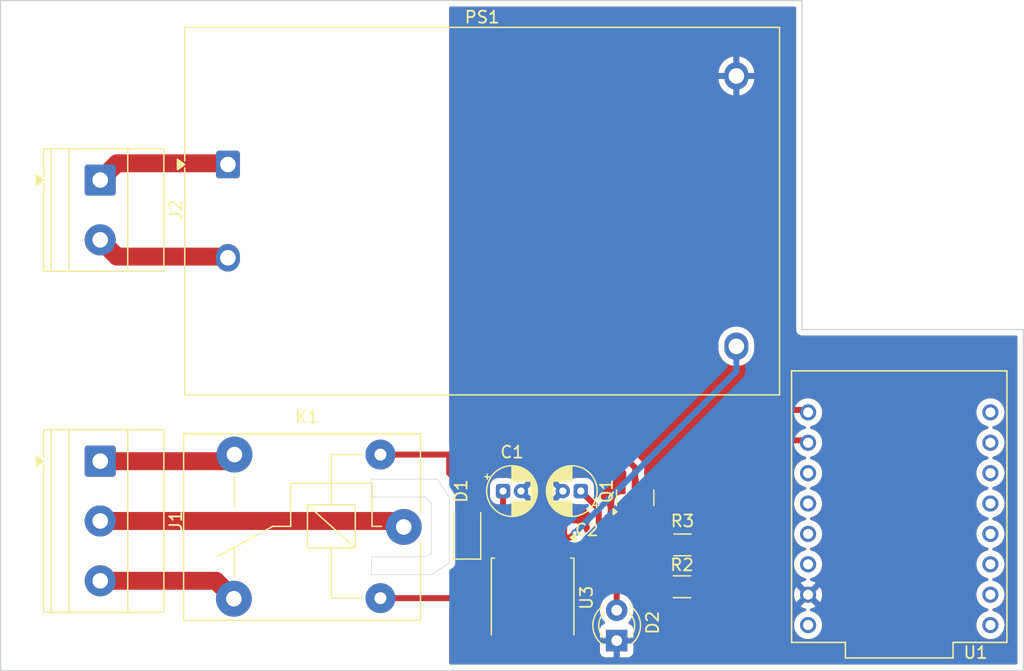
<source format=kicad_pcb>
(kicad_pcb (version 20241229) (generator "pcbnew") (generator_version "9.0")
  (layers (0 "F.Cu" signal) (2 "B.Cu" signal) (13 "F.Paste" user) (15 "B.Paste" user) (5 "F.SilkS" user "F.Silkscreen") (7 "B.SilkS" user "B.Silkscreen") (1 "F.Mask" user) (3 "B.Mask" user) (25 "Edge.Cuts" user))
  (net 0 "")
  (net 13 "GND")
  (net 14 "+12V")
  (net 15 "Net-(U3-OUT)")
  (net 16 "Net-(D1-A)")
  (net 17 "Net-(D2-A)")
  (net 18 "Net-(J1-Pin_3)")
  (net 19 "Net-(J1-Pin_1)")
  (net 20 "Net-(J1-Pin_2)")
  (net 21 "Net-(J2-Pin_2)")
  (net 22 "Net-(J2-Pin_1)")
  (net 23 "Net-(Q1-B)")
  (net 24 "gpio0")
  (net 25 "Net-(U1-GPIO1)")
  (net 26 "+5V")
  (footprint "Package_TO_SOT_SMD:TO-252-2" (layer "F.Cu") (at 199.475 118.915 -90)
    (property "Reference" "U3" (at 0 -4.5 90) (layer "F.SilkS"))
    (property "Value" "L7805")
    (fp_line (start -3.31 3.45) (end -3.31 3.18) (stroke (width 0.12)) (layer "F.SilkS"))
    (fp_line (start 3.11 3.45) (end -3.31 3.45) (stroke (width 0.12)) (layer "F.SilkS"))
    (fp_line (start -3.31 -3.45) (end -3.31 -3.18) (stroke (width 0.12)) (layer "F.SilkS"))
    (fp_line (start 3.11 -3.45) (end -3.31 -3.45) (stroke (width 0.12)) (layer "F.SilkS"))
    (fp_poly (pts (xy -5.04 -3.14) (xy -5.38 -3.61) (xy -4.7 -3.61)) (stroke (width 0.12)) (fill yes) (layer "F.SilkS"))
    (pad "1" smd roundrect (at -5.04 -2.28 270) (size 2.2 1.2) (layers "F.Cu" "F.Mask" "F.Paste") (roundrect_rratio 0.208333) (net 14 "+12V"))
    (pad "2" smd roundrect (at 1.26 0 270) (size 6.4 5.8) (layers "F.Cu" "F.Mask") (roundrect_rratio 0.043103) (net 13 "GND"))
    (pad "3" smd roundrect (at -5.04 2.28 270) (size 2.2 1.2) (layers "F.Cu" "F.Mask" "F.Paste") (roundrect_rratio 0.208333) (net 15 "Net-(U3-OUT)"))
  )
  (footprint "Capacitor_THT:CP_Radial_D4.0mm_P1.50mm" (layer "F.Cu") (at 203.5 110 180)
    (property "Reference" "C2" (at -0.5 -3.25 0) (layer "F.SilkS"))
    (property "Value" "C_Polarized")
    (fp_line (start 2.83 -0.37) (end 2.83 0.37) (stroke (width 0.12)) (layer "F.SilkS"))
    (fp_line (start 2.79 -0.537) (end 2.79 0.537) (stroke (width 0.12)) (layer "F.SilkS"))
    (fp_line (start 2.75 -0.663) (end 2.75 0.663) (stroke (width 0.12)) (layer "F.SilkS"))
    (fp_line (start 2.71 -0.768) (end 2.71 0.768) (stroke (width 0.12)) (layer "F.SilkS"))
    (fp_line (start 2.67 -0.859) (end 2.67 0.859) (stroke (width 0.12)) (layer "F.SilkS"))
    (fp_line (start 2.63 -0.94) (end 2.63 0.94) (stroke (width 0.12)) (layer "F.SilkS"))
    (fp_line (start 2.59 -1.013) (end 2.59 1.013) (stroke (width 0.12)) (layer "F.SilkS"))
    (fp_line (start 2.55 -1.08) (end 2.55 1.08) (stroke (width 0.12)) (layer "F.SilkS"))
    (fp_line (start 2.51 -1.142) (end 2.51 1.142) (stroke (width 0.12)) (layer "F.SilkS"))
    (fp_line (start 2.47 -1.199) (end 2.47 1.199) (stroke (width 0.12)) (layer "F.SilkS"))
    (fp_line (start 2.43 -1.253) (end 2.43 1.253) (stroke (width 0.12)) (layer "F.SilkS"))
    (fp_line (start 2.39 -1.303) (end 2.39 1.303) (stroke (width 0.12)) (layer "F.SilkS"))
    (fp_line (start 2.35 -1.351) (end 2.35 1.351) (stroke (width 0.12)) (layer "F.SilkS"))
    (fp_line (start 2.31 0.84) (end 2.31 1.396) (stroke (width 0.12)) (layer "F.SilkS"))
    (fp_line (start 2.31 -1.396) (end 2.31 -0.84) (stroke (width 0.12)) (layer "F.SilkS"))
    (fp_line (start 2.27 0.84) (end 2.27 1.438) (stroke (width 0.12)) (layer "F.SilkS"))
    (fp_line (start 2.27 -1.438) (end 2.27 -0.84) (stroke (width 0.12)) (layer "F.SilkS"))
    (fp_line (start 2.23 0.84) (end 2.23 1.478) (stroke (width 0.12)) (layer "F.SilkS"))
    (fp_line (start 2.23 -1.478) (end 2.23 -0.84) (stroke (width 0.12)) (layer "F.SilkS"))
    (fp_line (start 2.19 0.84) (end 2.19 1.516) (stroke (width 0.12)) (layer "F.SilkS"))
    (fp_line (start 2.19 -1.516) (end 2.19 -0.84) (stroke (width 0.12)) (layer "F.SilkS"))
    (fp_line (start 2.15 0.84) (end 2.15 1.552) (stroke (width 0.12)) (layer "F.SilkS"))
    (fp_line (start 2.15 -1.552) (end 2.15 -0.84) (stroke (width 0.12)) (layer "F.SilkS"))
    (fp_line (start 2.11 0.84) (end 2.11 1.586) (stroke (width 0.12)) (layer "F.SilkS"))
    (fp_line (start 2.11 -1.586) (end 2.11 -0.84) (stroke (width 0.12)) (layer "F.SilkS"))
    (fp_line (start 2.07 0.84) (end 2.07 1.619) (stroke (width 0.12)) (layer "F.SilkS"))
    (fp_line (start 2.07 -1.619) (end 2.07 -0.84) (stroke (width 0.12)) (layer "F.SilkS"))
    (fp_line (start 2.03 0.84) (end 2.03 1.65) (stroke (width 0.12)) (layer "F.SilkS"))
    (fp_line (start 2.03 -1.65) (end 2.03 -0.84) (stroke (width 0.12)) (layer "F.SilkS"))
    (fp_line (start 1.99 0.84) (end 1.99 1.68) (stroke (width 0.12)) (layer "F.SilkS"))
    (fp_line (start 1.99 -1.68) (end 1.99 -0.84) (stroke (width 0.12)) (layer "F.SilkS"))
    (fp_line (start 1.95 0.84) (end 1.95 1.708) (stroke (width 0.12)) (layer "F.SilkS"))
    (fp_line (start 1.95 -1.708) (end 1.95 -0.84) (stroke (width 0.12)) (layer "F.SilkS"))
    (fp_line (start 1.91 0.84) (end 1.91 1.734) (stroke (width 0.12)) (layer "F.SilkS"))
    (fp_line (start 1.91 -1.734) (end 1.91 -0.84) (stroke (width 0.12)) (layer "F.SilkS"))
    (fp_line (start 1.87 0.84) (end 1.87 1.76) (stroke (width 0.12)) (layer "F.SilkS"))
    (fp_line (start 1.87 -1.76) (end 1.87 -0.84) (stroke (width 0.12)) (layer "F.SilkS"))
    (fp_line (start 1.83 0.84) (end 1.83 1.784) (stroke (width 0.12)) (layer "F.SilkS"))
    (fp_line (start 1.83 -1.784) (end 1.83 -0.84) (stroke (width 0.12)) (layer "F.SilkS"))
    (fp_line (start 1.79 0.84) (end 1.79 1.807) (stroke (width 0.12)) (layer "F.SilkS"))
    (fp_line (start 1.79 -1.807) (end 1.79 -0.84) (stroke (width 0.12)) (layer "F.SilkS"))
    (fp_line (start 1.75 0.84) (end 1.75 1.829) (stroke (width 0.12)) (layer "F.SilkS"))
    (fp_line (start 1.75 -1.829) (end 1.75 -0.84) (stroke (width 0.12)) (layer "F.SilkS"))
    (fp_line (start 1.71 0.84) (end 1.71 1.85) (stroke (width 0.12)) (layer "F.SilkS"))
    (fp_line (start 1.71 -1.85) (end 1.71 -0.84) (stroke (width 0.12)) (layer "F.SilkS"))
    (fp_line (start 1.67 0.84) (end 1.67 1.87) (stroke (width 0.12)) (layer "F.SilkS"))
    (fp_line (start 1.67 -1.87) (end 1.67 -0.84) (stroke (width 0.12)) (layer "F.SilkS"))
    (fp_line (start 1.63 0.84) (end 1.63 1.889) (stroke (width 0.12)) (layer "F.SilkS"))
    (fp_line (start 1.63 -1.889) (end 1.63 -0.84) (stroke (width 0.12)) (layer "F.SilkS"))
    (fp_line (start 1.59 0.84) (end 1.59 1.906) (stroke (width 0.12)) (layer "F.SilkS"))
    (fp_line (start 1.59 -1.906) (end 1.59 -0.84) (stroke (width 0.12)) (layer "F.SilkS"))
    (fp_line (start 1.55 0.84) (end 1.55 1.923) (stroke (width 0.12)) (layer "F.SilkS"))
    (fp_line (start 1.55 -1.923) (end 1.55 -0.84) (stroke (width 0.12)) (layer "F.SilkS"))
    (fp_line (start 1.51 0.84) (end 1.51 1.939) (stroke (width 0.12)) (layer "F.SilkS"))
    (fp_line (start 1.51 -1.939) (end 1.51 -0.84) (stroke (width 0.12)) (layer "F.SilkS"))
    (fp_line (start 1.47 0.84) (end 1.47 1.954) (stroke (width 0.12)) (layer "F.SilkS"))
    (fp_line (start 1.47 -1.954) (end 1.47 -0.84) (stroke (width 0.12)) (layer "F.SilkS"))
    (fp_line (start 1.43 0.84) (end 1.43 1.968) (stroke (width 0.12)) (layer "F.SilkS"))
    (fp_line (start 1.43 -1.968) (end 1.43 -0.84) (stroke (width 0.12)) (layer "F.SilkS"))
    (fp_line (start 1.39 0.84) (end 1.39 1.981) (stroke (width 0.12)) (layer "F.SilkS"))
    (fp_line (start 1.39 -1.981) (end 1.39 -0.84) (stroke (width 0.12)) (layer "F.SilkS"))
    (fp_line (start 1.35 0.84) (end 1.35 1.993) (stroke (width 0.12)) (layer "F.SilkS"))
    (fp_line (start 1.35 -1.993) (end 1.35 -0.84) (stroke (width 0.12)) (layer "F.SilkS"))
    (fp_line (start 1.31 0.84) (end 1.31 2.005) (stroke (width 0.12)) (layer "F.SilkS"))
    (fp_line (start 1.31 -2.005) (end 1.31 -0.84) (stroke (width 0.12)) (layer "F.SilkS"))
    (fp_line (start 1.27 0.84) (end 1.27 2.015) (stroke (width 0.12)) (layer "F.SilkS"))
    (fp_line (start 1.27 -2.015) (end 1.27 -0.84) (stroke (width 0.12)) (layer "F.SilkS"))
    (fp_line (start 1.23 0.84) (end 1.23 2.025) (stroke (width 0.12)) (layer "F.SilkS"))
    (fp_line (start 1.23 -2.025) (end 1.23 -0.84) (stroke (width 0.12)) (layer "F.SilkS"))
    (fp_line (start 1.19 0.84) (end 1.19 2.034) (stroke (width 0.12)) (layer "F.SilkS"))
    (fp_line (start 1.19 -2.034) (end 1.19 -0.84) (stroke (width 0.12)) (layer "F.SilkS"))
    (fp_line (start 1.15 0.84) (end 1.15 2.042) (stroke (width 0.12)) (layer "F.SilkS"))
    (fp_line (start 1.15 -2.042) (end 1.15 -0.84) (stroke (width 0.12)) (layer "F.SilkS"))
    (fp_line (start 1.11 0.84) (end 1.11 2.049) (stroke (width 0.12)) (layer "F.SilkS"))
    (fp_line (start 1.11 -2.049) (end 1.11 -0.84) (stroke (width 0.12)) (layer "F.SilkS"))
    (fp_line (start 1.07 0.84) (end 1.07 2.056) (stroke (width 0.12)) (layer "F.SilkS"))
    (fp_line (start 1.07 -2.056) (end 1.07 -0.84) (stroke (width 0.12)) (layer "F.SilkS"))
    (fp_line (start 1.03 0.84) (end 1.03 2.061) (stroke (width 0.12)) (layer "F.SilkS"))
    (fp_line (start 1.03 -2.061) (end 1.03 -0.84) (stroke (width 0.12)) (layer "F.SilkS"))
    (fp_line (start 0.99 0.84) (end 0.99 2.066) (stroke (width 0.12)) (layer "F.SilkS"))
    (fp_line (start 0.99 -2.066) (end 0.99 -0.84) (stroke (width 0.12)) (layer "F.SilkS"))
    (fp_line (start 0.95 0.84) (end 0.95 2.071) (stroke (width 0.12)) (layer "F.SilkS"))
    (fp_line (start 0.95 -2.071) (end 0.95 -0.84) (stroke (width 0.12)) (layer "F.SilkS"))
    (fp_line (start 0.91 0.84) (end 0.91 2.074) (stroke (width 0.12)) (layer "F.SilkS"))
    (fp_line (start 0.91 -2.074) (end 0.91 -0.84) (stroke (width 0.12)) (layer "F.SilkS"))
    (fp_line (start 0.87 0.84) (end 0.87 2.077) (stroke (width 0.12)) (layer "F.SilkS"))
    (fp_line (start 0.87 -2.077) (end 0.87 -0.84) (stroke (width 0.12)) (layer "F.SilkS"))
    (fp_line (start 0.83 0.84) (end 0.83 2.078) (stroke (width 0.12)) (layer "F.SilkS"))
    (fp_line (start 0.83 -2.078) (end 0.83 -0.84) (stroke (width 0.12)) (layer "F.SilkS"))
    (fp_line (start 0.79 0.84) (end 0.79 2.08) (stroke (width 0.12)) (layer "F.SilkS"))
    (fp_line (start 0.79 -2.08) (end 0.79 -0.84) (stroke (width 0.12)) (layer "F.SilkS"))
    (fp_line (start 0.75 0.84) (end 0.75 2.08) (stroke (width 0.12)) (layer "F.SilkS"))
    (fp_line (start 0.75 -2.08) (end 0.75 -0.84) (stroke (width 0.12)) (layer "F.SilkS"))
    (fp_line (start -1.319801 -1.395) (end -1.319801 -0.995) (stroke (width 0.12)) (layer "F.SilkS"))
    (fp_line (start -1.519801 -1.195) (end -1.119801 -1.195) (stroke (width 0.12)) (layer "F.SilkS"))
    (fp_circle (center 0.75 0) (end 2.87 0) (stroke (width 0.12)) (fill no) (layer "F.SilkS"))
    (pad "1" thru_hole roundrect (at 0 0 180) (size 1.2 1.2) (drill 0.6) (layers "*.Cu" "*.Mask") (roundrect_rratio 0.208333) (net 15 "Net-(U3-OUT)"))
    (pad "2" thru_hole circle (at 1.5 0 180) (size 1.2 1.2) (drill 0.6) (layers "*.Cu" "*.Mask") (net 13 "GND"))
  )
  (footprint "Capacitor_THT:CP_Radial_D4.0mm_P1.50mm" (layer "F.Cu") (at 197 110)
    (property "Reference" "C1" (at 0.75 -3.25 0) (layer "F.SilkS"))
    (property "Value" "C_Polarized")
    (fp_line (start -1.519801 -1.195) (end -1.119801 -1.195) (stroke (width 0.12)) (layer "F.SilkS"))
    (fp_line (start -1.319801 -1.395) (end -1.319801 -0.995) (stroke (width 0.12)) (layer "F.SilkS"))
    (fp_line (start 0.75 -2.08) (end 0.75 -0.84) (stroke (width 0.12)) (layer "F.SilkS"))
    (fp_line (start 0.75 0.84) (end 0.75 2.08) (stroke (width 0.12)) (layer "F.SilkS"))
    (fp_line (start 0.79 -2.08) (end 0.79 -0.84) (stroke (width 0.12)) (layer "F.SilkS"))
    (fp_line (start 0.79 0.84) (end 0.79 2.08) (stroke (width 0.12)) (layer "F.SilkS"))
    (fp_line (start 0.83 -2.078) (end 0.83 -0.84) (stroke (width 0.12)) (layer "F.SilkS"))
    (fp_line (start 0.83 0.84) (end 0.83 2.078) (stroke (width 0.12)) (layer "F.SilkS"))
    (fp_line (start 0.87 -2.077) (end 0.87 -0.84) (stroke (width 0.12)) (layer "F.SilkS"))
    (fp_line (start 0.87 0.84) (end 0.87 2.077) (stroke (width 0.12)) (layer "F.SilkS"))
    (fp_line (start 0.91 -2.074) (end 0.91 -0.84) (stroke (width 0.12)) (layer "F.SilkS"))
    (fp_line (start 0.91 0.84) (end 0.91 2.074) (stroke (width 0.12)) (layer "F.SilkS"))
    (fp_line (start 0.95 -2.071) (end 0.95 -0.84) (stroke (width 0.12)) (layer "F.SilkS"))
    (fp_line (start 0.95 0.84) (end 0.95 2.071) (stroke (width 0.12)) (layer "F.SilkS"))
    (fp_line (start 0.99 -2.066) (end 0.99 -0.84) (stroke (width 0.12)) (layer "F.SilkS"))
    (fp_line (start 0.99 0.84) (end 0.99 2.066) (stroke (width 0.12)) (layer "F.SilkS"))
    (fp_line (start 1.03 -2.061) (end 1.03 -0.84) (stroke (width 0.12)) (layer "F.SilkS"))
    (fp_line (start 1.03 0.84) (end 1.03 2.061) (stroke (width 0.12)) (layer "F.SilkS"))
    (fp_line (start 1.07 -2.056) (end 1.07 -0.84) (stroke (width 0.12)) (layer "F.SilkS"))
    (fp_line (start 1.07 0.84) (end 1.07 2.056) (stroke (width 0.12)) (layer "F.SilkS"))
    (fp_line (start 1.11 -2.049) (end 1.11 -0.84) (stroke (width 0.12)) (layer "F.SilkS"))
    (fp_line (start 1.11 0.84) (end 1.11 2.049) (stroke (width 0.12)) (layer "F.SilkS"))
    (fp_line (start 1.15 -2.042) (end 1.15 -0.84) (stroke (width 0.12)) (layer "F.SilkS"))
    (fp_line (start 1.15 0.84) (end 1.15 2.042) (stroke (width 0.12)) (layer "F.SilkS"))
    (fp_line (start 1.19 -2.034) (end 1.19 -0.84) (stroke (width 0.12)) (layer "F.SilkS"))
    (fp_line (start 1.19 0.84) (end 1.19 2.034) (stroke (width 0.12)) (layer "F.SilkS"))
    (fp_line (start 1.23 -2.025) (end 1.23 -0.84) (stroke (width 0.12)) (layer "F.SilkS"))
    (fp_line (start 1.23 0.84) (end 1.23 2.025) (stroke (width 0.12)) (layer "F.SilkS"))
    (fp_line (start 1.27 -2.015) (end 1.27 -0.84) (stroke (width 0.12)) (layer "F.SilkS"))
    (fp_line (start 1.27 0.84) (end 1.27 2.015) (stroke (width 0.12)) (layer "F.SilkS"))
    (fp_line (start 1.31 -2.005) (end 1.31 -0.84) (stroke (width 0.12)) (layer "F.SilkS"))
    (fp_line (start 1.31 0.84) (end 1.31 2.005) (stroke (width 0.12)) (layer "F.SilkS"))
    (fp_line (start 1.35 -1.993) (end 1.35 -0.84) (stroke (width 0.12)) (layer "F.SilkS"))
    (fp_line (start 1.35 0.84) (end 1.35 1.993) (stroke (width 0.12)) (layer "F.SilkS"))
    (fp_line (start 1.39 -1.981) (end 1.39 -0.84) (stroke (width 0.12)) (layer "F.SilkS"))
    (fp_line (start 1.39 0.84) (end 1.39 1.981) (stroke (width 0.12)) (layer "F.SilkS"))
    (fp_line (start 1.43 -1.968) (end 1.43 -0.84) (stroke (width 0.12)) (layer "F.SilkS"))
    (fp_line (start 1.43 0.84) (end 1.43 1.968) (stroke (width 0.12)) (layer "F.SilkS"))
    (fp_line (start 1.47 -1.954) (end 1.47 -0.84) (stroke (width 0.12)) (layer "F.SilkS"))
    (fp_line (start 1.47 0.84) (end 1.47 1.954) (stroke (width 0.12)) (layer "F.SilkS"))
    (fp_line (start 1.51 -1.939) (end 1.51 -0.84) (stroke (width 0.12)) (layer "F.SilkS"))
    (fp_line (start 1.51 0.84) (end 1.51 1.939) (stroke (width 0.12)) (layer "F.SilkS"))
    (fp_line (start 1.55 -1.923) (end 1.55 -0.84) (stroke (width 0.12)) (layer "F.SilkS"))
    (fp_line (start 1.55 0.84) (end 1.55 1.923) (stroke (width 0.12)) (layer "F.SilkS"))
    (fp_line (start 1.59 -1.906) (end 1.59 -0.84) (stroke (width 0.12)) (layer "F.SilkS"))
    (fp_line (start 1.59 0.84) (end 1.59 1.906) (stroke (width 0.12)) (layer "F.SilkS"))
    (fp_line (start 1.63 -1.889) (end 1.63 -0.84) (stroke (width 0.12)) (layer "F.SilkS"))
    (fp_line (start 1.63 0.84) (end 1.63 1.889) (stroke (width 0.12)) (layer "F.SilkS"))
    (fp_line (start 1.67 -1.87) (end 1.67 -0.84) (stroke (width 0.12)) (layer "F.SilkS"))
    (fp_line (start 1.67 0.84) (end 1.67 1.87) (stroke (width 0.12)) (layer "F.SilkS"))
    (fp_line (start 1.71 -1.85) (end 1.71 -0.84) (stroke (width 0.12)) (layer "F.SilkS"))
    (fp_line (start 1.71 0.84) (end 1.71 1.85) (stroke (width 0.12)) (layer "F.SilkS"))
    (fp_line (start 1.75 -1.829) (end 1.75 -0.84) (stroke (width 0.12)) (layer "F.SilkS"))
    (fp_line (start 1.75 0.84) (end 1.75 1.829) (stroke (width 0.12)) (layer "F.SilkS"))
    (fp_line (start 1.79 -1.807) (end 1.79 -0.84) (stroke (width 0.12)) (layer "F.SilkS"))
    (fp_line (start 1.79 0.84) (end 1.79 1.807) (stroke (width 0.12)) (layer "F.SilkS"))
    (fp_line (start 1.83 -1.784) (end 1.83 -0.84) (stroke (width 0.12)) (layer "F.SilkS"))
    (fp_line (start 1.83 0.84) (end 1.83 1.784) (stroke (width 0.12)) (layer "F.SilkS"))
    (fp_line (start 1.87 -1.76) (end 1.87 -0.84) (stroke (width 0.12)) (layer "F.SilkS"))
    (fp_line (start 1.87 0.84) (end 1.87 1.76) (stroke (width 0.12)) (layer "F.SilkS"))
    (fp_line (start 1.91 -1.734) (end 1.91 -0.84) (stroke (width 0.12)) (layer "F.SilkS"))
    (fp_line (start 1.91 0.84) (end 1.91 1.734) (stroke (width 0.12)) (layer "F.SilkS"))
    (fp_line (start 1.95 -1.708) (end 1.95 -0.84) (stroke (width 0.12)) (layer "F.SilkS"))
    (fp_line (start 1.95 0.84) (end 1.95 1.708) (stroke (width 0.12)) (layer "F.SilkS"))
    (fp_line (start 1.99 -1.68) (end 1.99 -0.84) (stroke (width 0.12)) (layer "F.SilkS"))
    (fp_line (start 1.99 0.84) (end 1.99 1.68) (stroke (width 0.12)) (layer "F.SilkS"))
    (fp_line (start 2.03 -1.65) (end 2.03 -0.84) (stroke (width 0.12)) (layer "F.SilkS"))
    (fp_line (start 2.03 0.84) (end 2.03 1.65) (stroke (width 0.12)) (layer "F.SilkS"))
    (fp_line (start 2.07 -1.619) (end 2.07 -0.84) (stroke (width 0.12)) (layer "F.SilkS"))
    (fp_line (start 2.07 0.84) (end 2.07 1.619) (stroke (width 0.12)) (layer "F.SilkS"))
    (fp_line (start 2.11 -1.586) (end 2.11 -0.84) (stroke (width 0.12)) (layer "F.SilkS"))
    (fp_line (start 2.11 0.84) (end 2.11 1.586) (stroke (width 0.12)) (layer "F.SilkS"))
    (fp_line (start 2.15 -1.552) (end 2.15 -0.84) (stroke (width 0.12)) (layer "F.SilkS"))
    (fp_line (start 2.15 0.84) (end 2.15 1.552) (stroke (width 0.12)) (layer "F.SilkS"))
    (fp_line (start 2.19 -1.516) (end 2.19 -0.84) (stroke (width 0.12)) (layer "F.SilkS"))
    (fp_line (start 2.19 0.84) (end 2.19 1.516) (stroke (width 0.12)) (layer "F.SilkS"))
    (fp_line (start 2.23 -1.478) (end 2.23 -0.84) (stroke (width 0.12)) (layer "F.SilkS"))
    (fp_line (start 2.23 0.84) (end 2.23 1.478) (stroke (width 0.12)) (layer "F.SilkS"))
    (fp_line (start 2.27 -1.438) (end 2.27 -0.84) (stroke (width 0.12)) (layer "F.SilkS"))
    (fp_line (start 2.27 0.84) (end 2.27 1.438) (stroke (width 0.12)) (layer "F.SilkS"))
    (fp_line (start 2.31 -1.396) (end 2.31 -0.84) (stroke (width 0.12)) (layer "F.SilkS"))
    (fp_line (start 2.31 0.84) (end 2.31 1.396) (stroke (width 0.12)) (layer "F.SilkS"))
    (fp_line (start 2.35 -1.351) (end 2.35 1.351) (stroke (width 0.12)) (layer "F.SilkS"))
    (fp_line (start 2.39 -1.303) (end 2.39 1.303) (stroke (width 0.12)) (layer "F.SilkS"))
    (fp_line (start 2.43 -1.253) (end 2.43 1.253) (stroke (width 0.12)) (layer "F.SilkS"))
    (fp_line (start 2.47 -1.199) (end 2.47 1.199) (stroke (width 0.12)) (layer "F.SilkS"))
    (fp_line (start 2.51 -1.142) (end 2.51 1.142) (stroke (width 0.12)) (layer "F.SilkS"))
    (fp_line (start 2.55 -1.08) (end 2.55 1.08) (stroke (width 0.12)) (layer "F.SilkS"))
    (fp_line (start 2.59 -1.013) (end 2.59 1.013) (stroke (width 0.12)) (layer "F.SilkS"))
    (fp_line (start 2.63 -0.94) (end 2.63 0.94) (stroke (width 0.12)) (layer "F.SilkS"))
    (fp_line (start 2.67 -0.859) (end 2.67 0.859) (stroke (width 0.12)) (layer "F.SilkS"))
    (fp_line (start 2.71 -0.768) (end 2.71 0.768) (stroke (width 0.12)) (layer "F.SilkS"))
    (fp_line (start 2.75 -0.663) (end 2.75 0.663) (stroke (width 0.12)) (layer "F.SilkS"))
    (fp_line (start 2.79 -0.537) (end 2.79 0.537) (stroke (width 0.12)) (layer "F.SilkS"))
    (fp_line (start 2.83 -0.37) (end 2.83 0.37) (stroke (width 0.12)) (layer "F.SilkS"))
    (fp_circle (center 0.75 0) (end 2.87 0) (stroke (width 0.12)) (fill no) (layer "F.SilkS"))
    (pad "1" thru_hole roundrect (at 0 0) (size 1.2 1.2) (drill 0.6) (layers "*.Cu" "*.Mask") (roundrect_rratio 0.208333) (net 14 "+12V"))
    (pad "2" thru_hole circle (at 1.5 0) (size 1.2 1.2) (drill 0.6) (layers "*.Cu" "*.Mask") (net 13 "GND"))
  )
  (footprint "TerminalBlock_Phoenix:TerminalBlock_Phoenix_MKDS-1,5-3_1x03_P5.00mm_Horizontal" (layer "F.Cu") (at 163.3275 107.5 -90)
    (property "Reference" "J1" (at 5 -6.32 90) (layer "F.SilkS"))
    (property "Value" "Screw_Terminal_01x03")
    (fp_line (start -2.62 4.72) (end -2.62 -5.32) (stroke (width 0.12)) (layer "F.SilkS"))
    (fp_line (start -0.3 4.72) (end -2.62 4.72) (stroke (width 0.12)) (layer "F.SilkS"))
    (fp_line (start 12.62 4.72) (end 0.3 4.72) (stroke (width 0.12)) (layer "F.SilkS"))
    (fp_line (start -2.62 4.1) (end 12.62 4.1) (stroke (width 0.12)) (layer "F.SilkS"))
    (fp_line (start -2.62 2.6) (end 12.62 2.6) (stroke (width 0.12)) (layer "F.SilkS"))
    (fp_line (start -2.62 -2.3) (end 12.62 -2.3) (stroke (width 0.12)) (layer "F.SilkS"))
    (fp_line (start -2.62 -5.32) (end 12.62 -5.32) (stroke (width 0.12)) (layer "F.SilkS"))
    (fp_line (start 12.62 -5.32) (end 12.62 4.72) (stroke (width 0.12)) (layer "F.SilkS"))
    (fp_poly (pts (xy 0 4.72) (xy 0.44 5.33) (xy -0.44 5.33)) (stroke (width 0.12)) (fill yes) (layer "F.SilkS"))
    (pad "1" thru_hole roundrect (at 0 0 270) (size 2.6 2.6) (drill 1.3) (layers "*.Cu" "*.Mask") (roundrect_rratio 0.096154) (net 19 "Net-(J1-Pin_1)"))
    (pad "2" thru_hole circle (at 5 0 270) (size 2.6 2.6) (drill 1.3) (layers "*.Cu" "*.Mask") (net 20 "Net-(J1-Pin_2)"))
    (pad "3" thru_hole circle (at 10 0 270) (size 2.6 2.6) (drill 1.3) (layers "*.Cu" "*.Mask") (net 18 "Net-(J1-Pin_3)"))
  )
  (footprint "LED_THT:LED_D3.0mm" (layer "F.Cu") (at 206.5 122.5 90)
    (property "Reference" "D2" (at 1.5 3 90) (layer "F.SilkS"))
    (property "Value" "LED")
    (fp_line (start -0.29 -1.236) (end -0.29 -1.08) (stroke (width 0.12)) (layer "F.SilkS"))
    (fp_line (start -0.29 1.08) (end -0.29 1.236) (stroke (width 0.12)) (layer "F.SilkS"))
    (fp_arc (start -0.29 -1.235516) (mid 1.36566 -1.987699) (end 2.941437 -1.08) (stroke (width 0.12)) (layer "F.SilkS"))
    (fp_arc (start 0.229039 -1.08) (mid 1.27 -1.5) (end 2.310961 -1.08) (stroke (width 0.12)) (layer "F.SilkS"))
    (fp_arc (start 2.941437 1.08) (mid 1.36566 1.987699) (end -0.29 1.235516) (stroke (width 0.12)) (layer "F.SilkS"))
    (fp_arc (start 2.310961 1.08) (mid 1.27 1.5) (end 0.229039 1.08) (stroke (width 0.12)) (layer "F.SilkS"))
    (pad "1" thru_hole rect (at 0 0 90) (size 1.8 1.8) (drill 0.9) (layers "*.Cu" "*.Mask") (net 13 "GND"))
    (pad "2" thru_hole circle (at 2.54 0 90) (size 1.8 1.8) (drill 0.9) (layers "*.Cu" "*.Mask") (net 17 "Net-(D2-A)"))
  )
  (footprint "Resistor_SMD:R_1206_3216Metric" (layer "F.Cu") (at 211.9625 118)
    (property "Reference" "R2" (at 0 -1.83 0) (layer "F.SilkS"))
    (property "Value" "R")
    (fp_line (start -0.727064 -0.91) (end 0.727064 -0.91) (stroke (width 0.12)) (layer "F.SilkS"))
    (fp_line (start -0.727064 0.91) (end 0.727064 0.91) (stroke (width 0.12)) (layer "F.SilkS"))
    (pad "1" smd roundrect (at -1.4625 0) (size 1.125 1.75) (layers "F.Cu" "F.Mask" "F.Paste") (roundrect_rratio 0.222222) (net 17 "Net-(D2-A)"))
    (pad "2" smd roundrect (at 1.4625 0) (size 1.125 1.75) (layers "F.Cu" "F.Mask" "F.Paste") (roundrect_rratio 0.222222) (net 25 "Net-(U1-GPIO1)"))
  )
  (footprint "Componentes_varios:MODULE_ESP32-C3_SUPERMINI_TH" (layer "F.Cu") (at 230.12 111.3 180)
    (property "Reference" "U1" (at -6.38 -12.2 0) (layer "F.SilkS"))
    (property "Value" "ESP32-C3_SUPERMINI_TH")
    (fp_line (start 9 11.35) (end 9 -11.35) (stroke (width 0.127)) (layer "F.SilkS"))
    (fp_line (start 9 11.35) (end -9 11.35) (stroke (width 0.127)) (layer "F.SilkS"))
    (fp_line (start 9 -11.35) (end 4.5 -11.35) (stroke (width 0.127)) (layer "F.SilkS"))
    (fp_line (start 4.5 -12.65) (end 4.5 -11.35) (stroke (width 0.127)) (layer "F.SilkS"))
    (fp_line (start 4.5 -12.65) (end -4.5 -12.65) (stroke (width 0.127)) (layer "F.SilkS"))
    (fp_line (start -4.5 -11.35) (end -9 -11.35) (stroke (width 0.127)) (layer "F.SilkS"))
    (fp_line (start -4.5 -12.65) (end -4.5 -11.35) (stroke (width 0.127)) (layer "F.SilkS"))
    (fp_line (start -9 11.35) (end -9 -11.35) (stroke (width 0.127)) (layer "F.SilkS"))
    (pad "0" thru_hole circle (at 7.62 7.88 180) (size 1.348 1.348) (drill 0.84) (layers "*.Cu" "*.Mask") (net 24 "gpio0"))
    (pad "1" thru_hole circle (at 7.62 5.34 180) (size 1.348 1.348) (drill 0.84) (layers "*.Cu" "*.Mask") (net 25 "Net-(U1-GPIO1)"))
    (pad "2" thru_hole circle (at 7.62 2.8 180) (size 1.348 1.348) (drill 0.84) (layers "*.Cu" "*.Mask"))
    (pad "3" thru_hole circle (at 7.62 0.26 180) (size 1.348 1.348) (drill 0.84) (layers "*.Cu" "*.Mask"))
    (pad "3.3" thru_hole circle (at 7.62 -4.82 180) (size 1.348 1.348) (drill 0.84) (layers "*.Cu" "*.Mask"))
    (pad "4" thru_hole circle (at 7.62 -2.28 180) (size 1.348 1.348) (drill 0.84) (layers "*.Cu" "*.Mask"))
    (pad "5" thru_hole circle (at -7.62 -9.9 180) (size 1.348 1.348) (drill 0.84) (layers "*.Cu" "*.Mask"))
    (pad "5V" thru_hole circle (at 7.62 -9.9 180) (size 1.348 1.348) (drill 0.84) (layers "*.Cu" "*.Mask") (net 26 "+5V"))
    (pad "6" thru_hole circle (at -7.62 -7.36 180) (size 1.348 1.348) (drill 0.84) (layers "*.Cu" "*.Mask"))
    (pad "7" thru_hole circle (at -7.62 -4.82 180) (size 1.348 1.348) (drill 0.84) (layers "*.Cu" "*.Mask"))
    (pad "8" thru_hole circle (at -7.62 -2.28 180) (size 1.348 1.348) (drill 0.84) (layers "*.Cu" "*.Mask"))
    (pad "9" thru_hole circle (at -7.62 0.26 180) (size 1.348 1.348) (drill 0.84) (layers "*.Cu" "*.Mask"))
    (pad "10" thru_hole circle (at -7.62 2.8 180) (size 1.348 1.348) (drill 0.84) (layers "*.Cu" "*.Mask"))
    (pad "20" thru_hole circle (at -7.62 5.34 180) (size 1.348 1.348) (drill 0.84) (layers "*.Cu" "*.Mask"))
    (pad "21" thru_hole circle (at -7.62 7.88 180) (size 1.348 1.348) (drill 0.84) (layers "*.Cu" "*.Mask"))
    (pad "G" thru_hole circle (at 7.62 -7.36 180) (size 1.348 1.348) (drill 0.84) (layers "*.Cu" "*.Mask") (net 13 "GND"))
  )
  (footprint "Resistor_SMD:R_1206_3216Metric" (layer "F.Cu") (at 212 114.5 180)
    (property "Reference" "R3" (at 0 2 0) (layer "F.SilkS"))
    (property "Value" "R")
    (fp_line (start -0.727064 0.91) (end 0.727064 0.91) (stroke (width 0.12)) (layer "F.SilkS"))
    (fp_line (start -0.727064 -0.91) (end 0.727064 -0.91) (stroke (width 0.12)) (layer "F.SilkS"))
    (pad "1" smd roundrect (at -1.4625 0 180) (size 1.125 1.75) (layers "F.Cu" "F.Mask" "F.Paste") (roundrect_rratio 0.222222) (net 24 "gpio0"))
    (pad "2" smd roundrect (at 1.4625 0 180) (size 1.125 1.75) (layers "F.Cu" "F.Mask" "F.Paste") (roundrect_rratio 0.222222) (net 23 "Net-(Q1-B)"))
  )
  (footprint "Relay_THT:Relay_SPDT_SANYOU_SRD_Series_Form_C" (layer "F.Cu") (at 188.7 113 180)
    (property "Reference" "K1" (at 8.1 9.2 0) (layer "F.SilkS"))
    (property "Value" "SANYOU_SRD_Form_C")
    (fp_line (start 18.4 7.8) (end -1.4 7.8) (stroke (width 0.12)) (layer "F.SilkS"))
    (fp_line (start 18.4 -7.8) (end 18.4 7.8) (stroke (width 0.12)) (layer "F.SilkS"))
    (fp_line (start 14.15 4.2) (end 14.15 1.75) (stroke (width 0.12)) (layer "F.SilkS"))
    (fp_line (start 14.15 -4.2) (end 14.15 -1.7) (stroke (width 0.12)) (layer "F.SilkS"))
    (fp_line (start 10.95 0.05) (end 15.55 -2.45) (stroke (width 0.12)) (layer "F.SilkS"))
    (fp_line (start 9.45 3.65) (end 2.65 3.65) (stroke (width 0.12)) (layer "F.SilkS"))
    (fp_line (start 9.45 0.05) (end 10.95 0.05) (stroke (width 0.12)) (layer "F.SilkS"))
    (fp_line (start 9.45 0.05) (end 9.45 3.65) (stroke (width 0.12)) (layer "F.SilkS"))
    (fp_line (start 8.05 1.85) (end 4.05 1.85) (stroke (width 0.12)) (layer "F.SilkS"))
    (fp_line (start 8.05 1.85) (end 4.05 -1.75) (stroke (width 0.12)) (layer "F.SilkS"))
    (fp_line (start 8.05 -1.75) (end 8.05 1.85) (stroke (width 0.12)) (layer "F.SilkS"))
    (fp_line (start 6.05 1.85) (end 6.05 6.05) (stroke (width 0.12)) (layer "F.SilkS"))
    (fp_line (start 6.05 -5.95) (end 6.05 -1.75) (stroke (width 0.12)) (layer "F.SilkS"))
    (fp_line (start 6.05 -5.95) (end 3.55 -5.95) (stroke (width 0.12)) (layer "F.SilkS"))
    (fp_line (start 4.05 1.85) (end 4.05 -1.75) (stroke (width 0.12)) (layer "F.SilkS"))
    (fp_line (start 4.05 -1.75) (end 8.05 -1.75) (stroke (width 0.12)) (layer "F.SilkS"))
    (fp_line (start 3.55 6.05) (end 6.05 6.05) (stroke (width 0.12)) (layer "F.SilkS"))
    (fp_line (start 2.65 0.05) (end 2.65 3.65) (stroke (width 0.12)) (layer "F.SilkS"))
    (fp_line (start 2.65 0.05) (end 1.85 0.05) (stroke (width 0.12)) (layer "F.SilkS"))
    (fp_line (start -1.4 1.2) (end -1.4 7.8) (stroke (width 0.12)) (layer "F.SilkS"))
    (fp_line (start -1.4 -7.8) (end 18.4 -7.8) (stroke (width 0.12)) (layer "F.SilkS"))
    (fp_line (start -1.4 -7.8) (end -1.4 -1.2) (stroke (width 0.12)) (layer "F.SilkS"))
    (pad "1" thru_hole circle (at 0 0 270) (size 3 3) (drill 1.3) (layers "*.Cu" "*.Mask") (net 20 "Net-(J1-Pin_2)"))
    (pad "2" thru_hole circle (at 1.95 6.05 270) (size 2.5 2.5) (drill 1) (layers "*.Cu" "*.Mask") (net 16 "Net-(D1-A)"))
    (pad "3" thru_hole circle (at 14.15 6.05 270) (size 3 3) (drill 1.3) (layers "*.Cu" "*.Mask") (net 19 "Net-(J1-Pin_1)"))
    (pad "4" thru_hole circle (at 14.2 -6 270) (size 3 3) (drill 1.3) (layers "*.Cu" "*.Mask") (net 18 "Net-(J1-Pin_3)"))
    (pad "5" thru_hole circle (at 1.95 -5.95 270) (size 2.5 2.5) (drill 1) (layers "*.Cu" "*.Mask") (net 14 "+12V"))
  )
  (footprint "Converter_ACDC:Converter_ACDC_Hi-Link_HLK-10Mxx" (layer "F.Cu") (at 174.0025 82.7)
    (property "Reference" "PS1" (at 21.25 -12.31 0) (layer "F.SilkS"))
    (property "Value" "HLK-10M12")
    (fp_line (start -3.61 -11.46) (end 46.11 -11.46) (stroke (width 0.12)) (layer "F.SilkS"))
    (fp_line (start -3.61 -0.296) (end -3.61 -11.46) (stroke (width 0.12)) (layer "F.SilkS"))
    (fp_line (start -3.61 19.26) (end -3.61 0.296) (stroke (width 0.12)) (layer "F.SilkS"))
    (fp_line (start 46.11 -11.46) (end 46.11 19.26) (stroke (width 0.12)) (layer "F.SilkS"))
    (fp_line (start 46.11 19.26) (end -3.61 19.26) (stroke (width 0.12)) (layer "F.SilkS"))
    (fp_poly (pts (xy -3.61 0) (xy -4.22 0.44) (xy -4.22 -0.44)) (stroke (width 0.12)) (fill yes) (layer "F.SilkS"))
    (pad "1" thru_hole roundrect (at 0 0) (size 2 2.3) (drill 1.3) (layers "*.Cu" "*.Mask") (roundrect_rratio 0.125) (net 22 "Net-(J2-Pin_1)"))
    (pad "2" thru_hole oval (at 0 7.8) (size 2 2.3) (drill 1.3) (layers "*.Cu" "*.Mask") (net 21 "Net-(J2-Pin_2)"))
    (pad "3" thru_hole oval (at 42.5 -7.4) (size 2 2.3) (drill 1.3) (layers "*.Cu" "*.Mask") (net 13 "GND"))
    (pad "4" thru_hole oval (at 42.5 15.2) (size 2 2.3) (drill 1.3) (layers "*.Cu" "*.Mask") (net 14 "+12V"))
  )
  (footprint "TerminalBlock_Phoenix:TerminalBlock_Phoenix_MKDS-1,5-2_1x02_P5.00mm_Horizontal" (layer "F.Cu") (at 163.3275 84 -90)
    (property "Reference" "J2" (at 2.5 -6.32 90) (layer "F.SilkS"))
    (property "Value" "Screw_Terminal_01x02")
    (fp_line (start -2.62 4.72) (end -2.62 -5.32) (stroke (width 0.12)) (layer "F.SilkS"))
    (fp_line (start -0.3 4.72) (end -2.62 4.72) (stroke (width 0.12)) (layer "F.SilkS"))
    (fp_line (start 7.62 4.72) (end 0.3 4.72) (stroke (width 0.12)) (layer "F.SilkS"))
    (fp_line (start -2.62 4.1) (end 7.62 4.1) (stroke (width 0.12)) (layer "F.SilkS"))
    (fp_line (start -2.62 2.6) (end 7.62 2.6) (stroke (width 0.12)) (layer "F.SilkS"))
    (fp_line (start -2.62 -2.3) (end 7.62 -2.3) (stroke (width 0.12)) (layer "F.SilkS"))
    (fp_line (start -2.62 -5.32) (end 7.62 -5.32) (stroke (width 0.12)) (layer "F.SilkS"))
    (fp_line (start 7.62 -5.32) (end 7.62 4.72) (stroke (width 0.12)) (layer "F.SilkS"))
    (fp_poly (pts (xy 0 4.72) (xy 0.44 5.33) (xy -0.44 5.33)) (stroke (width 0.12)) (fill yes) (layer "F.SilkS"))
    (pad "1" thru_hole roundrect (at 0 0 270) (size 2.6 2.6) (drill 1.3) (layers "*.Cu" "*.Mask") (roundrect_rratio 0.096154) (net 22 "Net-(J2-Pin_1)"))
    (pad "2" thru_hole circle (at 5 0 270) (size 2.6 2.6) (drill 1.3) (layers "*.Cu" "*.Mask") (net 21 "Net-(J2-Pin_2)"))
  )
  (footprint "Package_TO_SOT_SMD:SOT-23" (layer "F.Cu") (at 208.05 110.5625 90)
    (property "Reference" "Q1" (at 0.5625 -2.4 90) (layer "F.SilkS"))
    (property "Value" "MMBT3904")
    (fp_line (start 0 -1.56) (end 0.65 -1.56) (stroke (width 0.12)) (layer "F.SilkS"))
    (fp_line (start 0 -1.56) (end -0.65 -1.56) (stroke (width 0.12)) (layer "F.SilkS"))
    (fp_line (start 0 1.56) (end 0.65 1.56) (stroke (width 0.12)) (layer "F.SilkS"))
    (fp_line (start 0 1.56) (end -0.65 1.56) (stroke (width 0.12)) (layer "F.SilkS"))
    (fp_poly (pts (xy -1.1625 -1.51) (xy -1.4025 -1.84) (xy -0.9225 -1.84)) (stroke (width 0.12)) (fill yes) (layer "F.SilkS"))
    (pad "1" smd roundrect (at -0.9375 -0.95 90) (size 1.475 0.6) (layers "F.Cu" "F.Mask" "F.Paste") (net 23 "Net-(Q1-B)"))
    (pad "2" smd roundrect (at -0.9375 0.95 90) (size 1.475 0.6) (layers "F.Cu" "F.Mask" "F.Paste") (net 13 "GND"))
    (pad "3" smd roundrect (at 0.9375 0 90) (size 1.475 0.6) (layers "F.Cu" "F.Mask" "F.Paste") (net 16 "Net-(D1-A)"))
  )
  (footprint "Diode_SMD:D_1206_3216Metric" (layer "F.Cu") (at 194 113.4 90)
    (property "Reference" "D1" (at 3.4 -0.5 90) (layer "F.SilkS"))
    (property "Value" "D")
    (fp_line (start 1.6 -1.135) (end -2.285 -1.135) (stroke (width 0.12)) (layer "F.SilkS"))
    (fp_line (start -2.285 -1.135) (end -2.285 1.135) (stroke (width 0.12)) (layer "F.SilkS"))
    (fp_line (start -2.285 1.135) (end 1.6 1.135) (stroke (width 0.12)) (layer "F.SilkS"))
    (pad "1" smd roundrect (at -1.4 0 90) (size 1.25 1.75) (layers "F.Cu" "F.Mask" "F.Paste") (roundrect_rratio 0.2) (net 14 "+12V"))
    (pad "2" smd roundrect (at 1.4 0 90) (size 1.25 1.75) (layers "F.Cu" "F.Mask" "F.Paste") (roundrect_rratio 0.2) (net 16 "Net-(D1-A)"))
  )
  (gr_line (start 240.5 96.5) (end 240.5 125) (stroke (width 0.1)) (layer "Edge.Cuts"))
  (gr_line (start 191 115.25) (end 191 111) (stroke (width 0.05)) (layer "Edge.Cuts"))
  (gr_line (start 186 109) (end 191.5 109) (stroke (width 0.05)) (layer "Edge.Cuts"))
  (gr_line (start 155 69) (end 222 69) (stroke (width 0.1)) (layer "Edge.Cuts"))
  (gr_line (start 222 96.5) (end 240.5 96.5) (stroke (width 0.1)) (layer "Edge.Cuts"))
  (gr_line (start 155 125) (end 155 69) (stroke (width 0.1)) (layer "Edge.Cuts"))
  (gr_line (start 186 110.5) (end 186 109) (stroke (width 0.05)) (layer "Edge.Cuts"))
  (gr_line (start 190.5 115.5) (end 191 115.25) (stroke (width 0.05)) (layer "Edge.Cuts"))
  (gr_line (start 191.5 109) (end 192.5 110.5) (stroke (width 0.05)) (layer "Edge.Cuts"))
  (gr_line (start 191 117) (end 186 117) (stroke (width 0.05)) (layer "Edge.Cuts"))
  (gr_line (start 192.5 116) (end 191 117) (stroke (width 0.05)) (layer "Edge.Cuts"))
  (gr_line (start 186 115.5) (end 190.5 115.5) (stroke (width 0.05)) (layer "Edge.Cuts"))
  (gr_line (start 191 111) (end 190.5 110.5) (stroke (width 0.05)) (layer "Edge.Cuts"))
  (gr_line (start 186 117) (end 186 115.5) (stroke (width 0.05)) (layer "Edge.Cuts"))
  (gr_line (start 240.5 125) (end 155 125) (stroke (width 0.1)) (layer "Edge.Cuts"))
  (gr_line (start 190.5 110.5) (end 186 110.5) (stroke (width 0.05)) (layer "Edge.Cuts"))
  (gr_line (start 192.5 110.5) (end 192.5 116) (stroke (width 0.05)) (layer "Edge.Cuts"))
  (gr_line (start 222 69) (end 222 96.5) (stroke (width 0.1)) (layer "Edge.Cuts"))
  (segment (start 194 114.8) (end 194 114.5) (width 0.5) (layer "F.Cu") (net 14))
  (segment (start 202.625 113.875) (end 203 113.5) (width 0.5) (layer "F.Cu") (net 14))
  (segment (start 196.5 112) (end 199.88 112) (width 0.5) (layer "F.Cu") (net 14))
  (segment (start 201.755 113.875) (end 202.625 113.875) (width 0.5) (layer "F.Cu") (net 14))
  (segment (start 186.75 118.95) (end 192.55 118.95) (width 0.5) (layer "F.Cu") (net 14))
  (segment (start 193.96 114.84) (end 194 114.8) (width 0.5) (layer "F.Cu") (net 14))
  (segment (start 194 114.5) (end 196.5 112) (width 0.5) (layer "F.Cu") (net 14))
  (segment (start 197 111.5) (end 196.5 112) (width 0.5) (layer "F.Cu") (net 14))
  (segment (start 192.55 118.95) (end 194 117.5) (width 0.5) (layer "F.Cu") (net 14))
  (segment (start 194 117.5) (end 194 114.8) (width 0.5) (layer "F.Cu") (net 14))
  (segment (start 199.88 112) (end 201.755 113.875) (width 0.5) (layer "F.Cu") (net 14))
  (segment (start 197 110) (end 197 111.5) (width 0.5) (layer "F.Cu") (net 14))
  (via (at 203 113.5) (size 0.6) (drill 0.3) (layers "F.Cu" "B.Cu") (net 14))
  (segment (start 203 113.5) (end 216.5025 99.9975) (width 0.5) (layer "B.Cu") (net 14))
  (segment (start 216.5025 99.9975) (end 216.5025 97.9) (width 0.5) (layer "B.Cu") (net 14))
  (segment (start 197.195 115.195) (end 197.195 113.875) (width 0.5) (layer "F.Cu") (net 15))
  (segment (start 198 116) (end 197.195 115.195) (width 0.5) (layer "F.Cu") (net 15))
  (segment (start 205 111.5) (end 205 113.5) (width 0.5) (layer "F.Cu") (net 15))
  (segment (start 203.5 110) (end 205 111.5) (width 0.5) (layer "F.Cu") (net 15))
  (segment (start 205 113.5) (end 202.5 116) (width 0.5) (layer "F.Cu") (net 15))
  (segment (start 202.5 116) (end 198 116) (width 0.5) (layer "F.Cu") (net 15))
  (segment (start 194 110) (end 194 112) (width 0.5) (layer "F.Cu") (net 16))
  (segment (start 186.75 106.95) (end 192.5 106.95) (width 0.5) (layer "F.Cu") (net 16))
  (segment (start 198 107) (end 207 107) (width 0.5) (layer "F.Cu") (net 16))
  (segment (start 192.5 108.5) (end 194 110) (width 0.5) (layer "F.Cu") (net 16))
  (segment (start 197.95 106.95) (end 198 107) (width 0.5) (layer "F.Cu") (net 16))
  (segment (start 192.5 106.95) (end 192.5 108.5) (width 0.5) (layer "F.Cu") (net 16))
  (segment (start 207 107) (end 208.05 108.05) (width 0.5) (layer "F.Cu") (net 16))
  (segment (start 208.05 108.05) (end 208.05 109.625) (width 0.5) (layer "F.Cu") (net 16))
  (segment (start 192.5 106.95) (end 197.95 106.95) (width 0.5) (layer "F.Cu") (net 16))
  (segment (start 206.5 118.5) (end 206.5 119.96) (width 0.5) (layer "F.Cu") (net 17))
  (segment (start 207 118) (end 206.5 118.5) (width 0.5) (layer "F.Cu") (net 17))
  (segment (start 210.5 118) (end 207 118) (width 0.5) (layer "F.Cu") (net 17))
  (segment (start 163.3275 117.5) (end 173 117.5) (width 1.5) (layer "F.Cu") (net 18))
  (segment (start 173 117.5) (end 174.5 119) (width 1.5) (layer "F.Cu") (net 18))
  (segment (start 174 107.5) (end 174.55 106.95) (width 1.5) (layer "F.Cu") (net 19))
  (segment (start 163.3275 107.5) (end 174 107.5) (width 1.5) (layer "F.Cu") (net 19))
  (segment (start 163.3275 112.5) (end 188.2 112.5) (width 1.5) (layer "F.Cu") (net 20))
  (segment (start 188.2 112.5) (end 188.7 113) (width 1.5) (layer "F.Cu") (net 20))
  (segment (start 164.7275 90.4) (end 163.3275 89) (width 1.5) (layer "F.Cu") (net 21))
  (segment (start 174.0025 90.4) (end 164.7275 90.4) (width 1.5) (layer "F.Cu") (net 21))
  (segment (start 164.7275 82.6) (end 163.3275 84) (width 1.5) (layer "F.Cu") (net 22))
  (segment (start 174.0025 82.6) (end 164.7275 82.6) (width 1.5) (layer "F.Cu") (net 22))
  (segment (start 207.6 114.5) (end 207.1 114) (width 0.5) (layer "F.Cu") (net 23))
  (segment (start 207.1 114) (end 207.1 111.5) (width 0.5) (layer "F.Cu") (net 23))
  (segment (start 210.5375 114.5) (end 207.6 114.5) (width 0.5) (layer "F.Cu") (net 23))
  (segment (start 220.28 103.22) (end 222.76 103.22) (width 0.5) (layer "F.Cu") (net 24))
  (segment (start 213.4625 110.0375) (end 213.4625 114.5) (width 0.5) (layer "F.Cu") (net 24))
  (segment (start 220.28 103.22) (end 213.4625 110.0375) (width 0.5) (layer "F.Cu") (net 24))
  (segment (start 215.5 117) (end 214.5 118) (width 0.5) (layer "F.Cu") (net 25))
  (segment (start 220.24 105.76) (end 222.76 105.76) (width 0.5) (layer "F.Cu") (net 25))
  (segment (start 214.5 118) (end 213.425 118) (width 0.5) (layer "F.Cu") (net 25))
  (segment (start 215.5 110.5) (end 215.5 117) (width 0.5) (layer "F.Cu") (net 25))
  (segment (start 220.24 105.76) (end 215.5 110.5) (width 0.5) (layer "F.Cu") (net 25))
  (zone (net 13) (net_name "GND") (layer "F.Cu") (connect_pads (clearance 0.5)) (min_thickness 0.25) (fill yes (thermal_gap 0.5) (thermal_bridge_width 0.5))
    (polygon (pts (xy 192.5 125) (xy 192.5 69) (xy 222 69) (xy 222 96) (xy 240.5 96) (xy 240 125) (xy 192.5 125)))
  )
  (zone (net 13) (net_name "GND") (layer "B.Cu") (priority 1) (connect_pads (clearance 0.5)) (min_thickness 0.25) (fill yes (thermal_gap 0.5) (thermal_bridge_width 0.5))
    (polygon (pts (xy 192.5 69) (xy 222 69) (xy 222 96.5) (xy 240.5 96.5) (xy 240.5 125) (xy 192.5 125)))
  )
)
</source>
